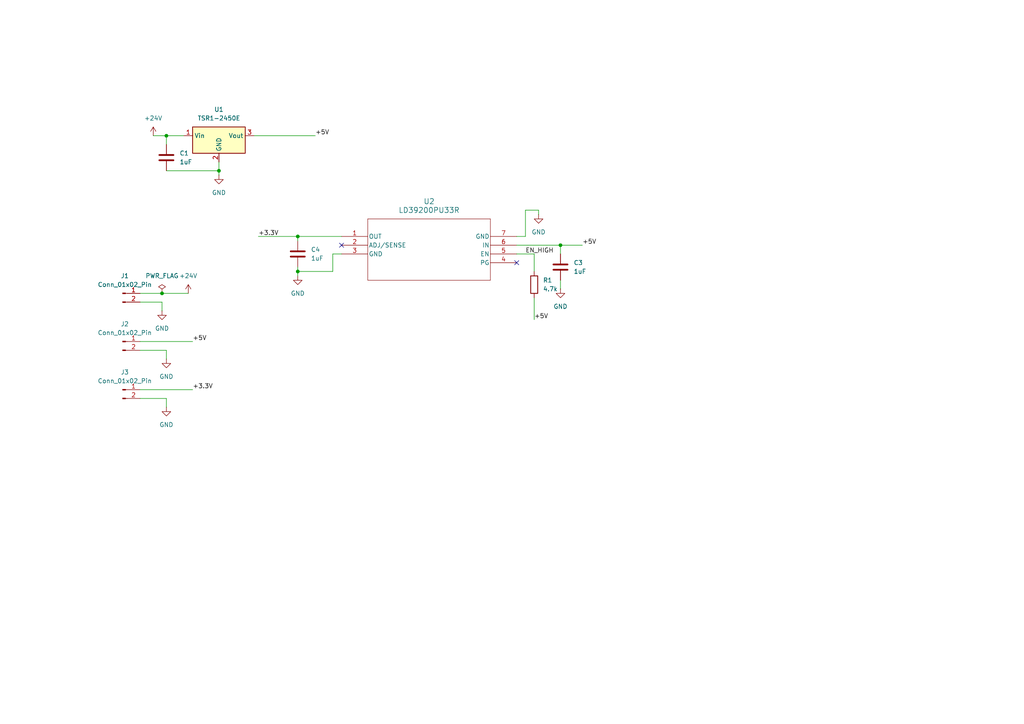
<source format=kicad_sch>
(kicad_sch
	(version 20250114)
	(generator "eeschema")
	(generator_version "9.0")
	(uuid "502184f1-5d63-44e8-8e9f-0cf0f9a3301a")
	(paper "A4")
	(lib_symbols
		(symbol "2025-12-14_07-54-50:LD39200PU33R"
			(pin_names
				(offset 0.254)
			)
			(exclude_from_sim no)
			(in_bom yes)
			(on_board yes)
			(property "Reference" "U"
				(at 25.4 10.16 0)
				(effects
					(font
						(size 1.524 1.524)
					)
				)
			)
			(property "Value" "LD39200PU33R"
				(at 25.4 7.62 0)
				(effects
					(font
						(size 1.524 1.524)
					)
				)
			)
			(property "Footprint" "SON_DFN6_3X3_STM"
				(at 0 0 0)
				(effects
					(font
						(size 1.27 1.27)
						(italic yes)
					)
					(hide yes)
				)
			)
			(property "Datasheet" "https://www.st.com/resource/en/datasheet/ld39200.pdf"
				(at 0 0 0)
				(effects
					(font
						(size 1.27 1.27)
						(italic yes)
					)
					(hide yes)
				)
			)
			(property "Description" ""
				(at 0 0 0)
				(effects
					(font
						(size 1.27 1.27)
					)
					(hide yes)
				)
			)
			(property "ki_locked" ""
				(at 0 0 0)
				(effects
					(font
						(size 1.27 1.27)
					)
				)
			)
			(property "ki_keywords" "LD39200PU33R"
				(at 0 0 0)
				(effects
					(font
						(size 1.27 1.27)
					)
					(hide yes)
				)
			)
			(property "ki_fp_filters" "SON_DFN6_3X3_STM SON_DFN6_3X3_STM-M SON_DFN6_3X3_STM-L"
				(at 0 0 0)
				(effects
					(font
						(size 1.27 1.27)
					)
					(hide yes)
				)
			)
			(symbol "LD39200PU33R_0_1"
				(polyline
					(pts
						(xy 7.62 5.08) (xy 7.62 -12.7)
					)
					(stroke
						(width 0.127)
						(type default)
					)
					(fill
						(type none)
					)
				)
				(polyline
					(pts
						(xy 7.62 -12.7) (xy 43.18 -12.7)
					)
					(stroke
						(width 0.127)
						(type default)
					)
					(fill
						(type none)
					)
				)
				(polyline
					(pts
						(xy 43.18 5.08) (xy 7.62 5.08)
					)
					(stroke
						(width 0.127)
						(type default)
					)
					(fill
						(type none)
					)
				)
				(polyline
					(pts
						(xy 43.18 -12.7) (xy 43.18 5.08)
					)
					(stroke
						(width 0.127)
						(type default)
					)
					(fill
						(type none)
					)
				)
				(pin output line
					(at 0 0 0)
					(length 7.62)
					(name "OUT"
						(effects
							(font
								(size 1.27 1.27)
							)
						)
					)
					(number "1"
						(effects
							(font
								(size 1.27 1.27)
							)
						)
					)
				)
				(pin unspecified line
					(at 0 -2.54 0)
					(length 7.62)
					(name "ADJ/SENSE"
						(effects
							(font
								(size 1.27 1.27)
							)
						)
					)
					(number "2"
						(effects
							(font
								(size 1.27 1.27)
							)
						)
					)
				)
				(pin power_out line
					(at 0 -5.08 0)
					(length 7.62)
					(name "GND"
						(effects
							(font
								(size 1.27 1.27)
							)
						)
					)
					(number "3"
						(effects
							(font
								(size 1.27 1.27)
							)
						)
					)
				)
				(pin power_out line
					(at 50.8 0 180)
					(length 7.62)
					(name "GND"
						(effects
							(font
								(size 1.27 1.27)
							)
						)
					)
					(number "7"
						(effects
							(font
								(size 1.27 1.27)
							)
						)
					)
				)
				(pin power_in line
					(at 50.8 -2.54 180)
					(length 7.62)
					(name "IN"
						(effects
							(font
								(size 1.27 1.27)
							)
						)
					)
					(number "6"
						(effects
							(font
								(size 1.27 1.27)
							)
						)
					)
				)
				(pin unspecified line
					(at 50.8 -5.08 180)
					(length 7.62)
					(name "EN"
						(effects
							(font
								(size 1.27 1.27)
							)
						)
					)
					(number "5"
						(effects
							(font
								(size 1.27 1.27)
							)
						)
					)
				)
				(pin unspecified line
					(at 50.8 -7.62 180)
					(length 7.62)
					(name "PG"
						(effects
							(font
								(size 1.27 1.27)
							)
						)
					)
					(number "4"
						(effects
							(font
								(size 1.27 1.27)
							)
						)
					)
				)
			)
			(embedded_fonts no)
		)
		(symbol "Connector:Conn_01x02_Pin"
			(pin_names
				(offset 1.016)
				(hide yes)
			)
			(exclude_from_sim no)
			(in_bom yes)
			(on_board yes)
			(property "Reference" "J"
				(at 0 2.54 0)
				(effects
					(font
						(size 1.27 1.27)
					)
				)
			)
			(property "Value" "Conn_01x02_Pin"
				(at 0 -5.08 0)
				(effects
					(font
						(size 1.27 1.27)
					)
				)
			)
			(property "Footprint" ""
				(at 0 0 0)
				(effects
					(font
						(size 1.27 1.27)
					)
					(hide yes)
				)
			)
			(property "Datasheet" "~"
				(at 0 0 0)
				(effects
					(font
						(size 1.27 1.27)
					)
					(hide yes)
				)
			)
			(property "Description" "Generic connector, single row, 01x02, script generated"
				(at 0 0 0)
				(effects
					(font
						(size 1.27 1.27)
					)
					(hide yes)
				)
			)
			(property "ki_locked" ""
				(at 0 0 0)
				(effects
					(font
						(size 1.27 1.27)
					)
				)
			)
			(property "ki_keywords" "connector"
				(at 0 0 0)
				(effects
					(font
						(size 1.27 1.27)
					)
					(hide yes)
				)
			)
			(property "ki_fp_filters" "Connector*:*_1x??_*"
				(at 0 0 0)
				(effects
					(font
						(size 1.27 1.27)
					)
					(hide yes)
				)
			)
			(symbol "Conn_01x02_Pin_1_1"
				(rectangle
					(start 0.8636 0.127)
					(end 0 -0.127)
					(stroke
						(width 0.1524)
						(type default)
					)
					(fill
						(type outline)
					)
				)
				(rectangle
					(start 0.8636 -2.413)
					(end 0 -2.667)
					(stroke
						(width 0.1524)
						(type default)
					)
					(fill
						(type outline)
					)
				)
				(polyline
					(pts
						(xy 1.27 0) (xy 0.8636 0)
					)
					(stroke
						(width 0.1524)
						(type default)
					)
					(fill
						(type none)
					)
				)
				(polyline
					(pts
						(xy 1.27 -2.54) (xy 0.8636 -2.54)
					)
					(stroke
						(width 0.1524)
						(type default)
					)
					(fill
						(type none)
					)
				)
				(pin passive line
					(at 5.08 0 180)
					(length 3.81)
					(name "Pin_1"
						(effects
							(font
								(size 1.27 1.27)
							)
						)
					)
					(number "1"
						(effects
							(font
								(size 1.27 1.27)
							)
						)
					)
				)
				(pin passive line
					(at 5.08 -2.54 180)
					(length 3.81)
					(name "Pin_2"
						(effects
							(font
								(size 1.27 1.27)
							)
						)
					)
					(number "2"
						(effects
							(font
								(size 1.27 1.27)
							)
						)
					)
				)
			)
			(embedded_fonts no)
		)
		(symbol "Device:C"
			(pin_numbers
				(hide yes)
			)
			(pin_names
				(offset 0.254)
			)
			(exclude_from_sim no)
			(in_bom yes)
			(on_board yes)
			(property "Reference" "C"
				(at 0.635 2.54 0)
				(effects
					(font
						(size 1.27 1.27)
					)
					(justify left)
				)
			)
			(property "Value" "C"
				(at 0.635 -2.54 0)
				(effects
					(font
						(size 1.27 1.27)
					)
					(justify left)
				)
			)
			(property "Footprint" ""
				(at 0.9652 -3.81 0)
				(effects
					(font
						(size 1.27 1.27)
					)
					(hide yes)
				)
			)
			(property "Datasheet" "~"
				(at 0 0 0)
				(effects
					(font
						(size 1.27 1.27)
					)
					(hide yes)
				)
			)
			(property "Description" "Unpolarized capacitor"
				(at 0 0 0)
				(effects
					(font
						(size 1.27 1.27)
					)
					(hide yes)
				)
			)
			(property "ki_keywords" "cap capacitor"
				(at 0 0 0)
				(effects
					(font
						(size 1.27 1.27)
					)
					(hide yes)
				)
			)
			(property "ki_fp_filters" "C_*"
				(at 0 0 0)
				(effects
					(font
						(size 1.27 1.27)
					)
					(hide yes)
				)
			)
			(symbol "C_0_1"
				(polyline
					(pts
						(xy -2.032 0.762) (xy 2.032 0.762)
					)
					(stroke
						(width 0.508)
						(type default)
					)
					(fill
						(type none)
					)
				)
				(polyline
					(pts
						(xy -2.032 -0.762) (xy 2.032 -0.762)
					)
					(stroke
						(width 0.508)
						(type default)
					)
					(fill
						(type none)
					)
				)
			)
			(symbol "C_1_1"
				(pin passive line
					(at 0 3.81 270)
					(length 2.794)
					(name "~"
						(effects
							(font
								(size 1.27 1.27)
							)
						)
					)
					(number "1"
						(effects
							(font
								(size 1.27 1.27)
							)
						)
					)
				)
				(pin passive line
					(at 0 -3.81 90)
					(length 2.794)
					(name "~"
						(effects
							(font
								(size 1.27 1.27)
							)
						)
					)
					(number "2"
						(effects
							(font
								(size 1.27 1.27)
							)
						)
					)
				)
			)
			(embedded_fonts no)
		)
		(symbol "Device:R"
			(pin_numbers
				(hide yes)
			)
			(pin_names
				(offset 0)
			)
			(exclude_from_sim no)
			(in_bom yes)
			(on_board yes)
			(property "Reference" "R"
				(at 2.032 0 90)
				(effects
					(font
						(size 1.27 1.27)
					)
				)
			)
			(property "Value" "R"
				(at 0 0 90)
				(effects
					(font
						(size 1.27 1.27)
					)
				)
			)
			(property "Footprint" ""
				(at -1.778 0 90)
				(effects
					(font
						(size 1.27 1.27)
					)
					(hide yes)
				)
			)
			(property "Datasheet" "~"
				(at 0 0 0)
				(effects
					(font
						(size 1.27 1.27)
					)
					(hide yes)
				)
			)
			(property "Description" "Resistor"
				(at 0 0 0)
				(effects
					(font
						(size 1.27 1.27)
					)
					(hide yes)
				)
			)
			(property "ki_keywords" "R res resistor"
				(at 0 0 0)
				(effects
					(font
						(size 1.27 1.27)
					)
					(hide yes)
				)
			)
			(property "ki_fp_filters" "R_*"
				(at 0 0 0)
				(effects
					(font
						(size 1.27 1.27)
					)
					(hide yes)
				)
			)
			(symbol "R_0_1"
				(rectangle
					(start -1.016 -2.54)
					(end 1.016 2.54)
					(stroke
						(width 0.254)
						(type default)
					)
					(fill
						(type none)
					)
				)
			)
			(symbol "R_1_1"
				(pin passive line
					(at 0 3.81 270)
					(length 1.27)
					(name "~"
						(effects
							(font
								(size 1.27 1.27)
							)
						)
					)
					(number "1"
						(effects
							(font
								(size 1.27 1.27)
							)
						)
					)
				)
				(pin passive line
					(at 0 -3.81 90)
					(length 1.27)
					(name "~"
						(effects
							(font
								(size 1.27 1.27)
							)
						)
					)
					(number "2"
						(effects
							(font
								(size 1.27 1.27)
							)
						)
					)
				)
			)
			(embedded_fonts no)
		)
		(symbol "Regulator_Switching:TSR1-2450E"
			(exclude_from_sim no)
			(in_bom yes)
			(on_board yes)
			(property "Reference" "U"
				(at -7.62 6.35 0)
				(effects
					(font
						(size 1.27 1.27)
					)
					(justify left)
				)
			)
			(property "Value" "TSR1-2450E"
				(at -3.81 6.35 0)
				(effects
					(font
						(size 1.27 1.27)
					)
					(justify left)
				)
			)
			(property "Footprint" "Converter_DCDC:Converter_DCDC_TRACO_TSR1-xxxxE_THT"
				(at 0 -6.35 0)
				(effects
					(font
						(size 1.27 1.27)
						(italic yes)
					)
					(hide yes)
				)
			)
			(property "Datasheet" "https://www.tracopower.com/products/tsr1e.pdf"
				(at 0 -3.81 0)
				(effects
					(font
						(size 1.27 1.27)
					)
					(hide yes)
				)
			)
			(property "Description" "1A step-down regulator, fixed 5V output voltage, 7-36V input voltage, TO-220 compatible LM78xx replacement"
				(at 0 0 0)
				(effects
					(font
						(size 1.27 1.27)
					)
					(hide yes)
				)
			)
			(property "ki_keywords" "Traco non-isolated not-isolated pol dc-dc converter regulator single 1A"
				(at 0 0 0)
				(effects
					(font
						(size 1.27 1.27)
					)
					(hide yes)
				)
			)
			(property "ki_fp_filters" "Converter*DCDC*TRACO*TSR1*xxxxE*THT*"
				(at 0 0 0)
				(effects
					(font
						(size 1.27 1.27)
					)
					(hide yes)
				)
			)
			(symbol "TSR1-2450E_0_1"
				(rectangle
					(start -7.62 5.08)
					(end 7.62 -2.54)
					(stroke
						(width 0.254)
						(type default)
					)
					(fill
						(type background)
					)
				)
			)
			(symbol "TSR1-2450E_1_1"
				(pin power_in line
					(at -10.16 2.54 0)
					(length 2.54)
					(name "Vin"
						(effects
							(font
								(size 1.27 1.27)
							)
						)
					)
					(number "1"
						(effects
							(font
								(size 1.27 1.27)
							)
						)
					)
				)
				(pin power_in line
					(at 0 -5.08 90)
					(length 2.54)
					(name "GND"
						(effects
							(font
								(size 1.27 1.27)
							)
						)
					)
					(number "2"
						(effects
							(font
								(size 1.27 1.27)
							)
						)
					)
				)
				(pin power_out line
					(at 10.16 2.54 180)
					(length 2.54)
					(name "Vout"
						(effects
							(font
								(size 1.27 1.27)
							)
						)
					)
					(number "3"
						(effects
							(font
								(size 1.27 1.27)
							)
						)
					)
				)
			)
			(embedded_fonts no)
		)
		(symbol "power:+24V"
			(power)
			(pin_numbers
				(hide yes)
			)
			(pin_names
				(offset 0)
				(hide yes)
			)
			(exclude_from_sim no)
			(in_bom yes)
			(on_board yes)
			(property "Reference" "#PWR"
				(at 0 -3.81 0)
				(effects
					(font
						(size 1.27 1.27)
					)
					(hide yes)
				)
			)
			(property "Value" "+24V"
				(at 0 3.556 0)
				(effects
					(font
						(size 1.27 1.27)
					)
				)
			)
			(property "Footprint" ""
				(at 0 0 0)
				(effects
					(font
						(size 1.27 1.27)
					)
					(hide yes)
				)
			)
			(property "Datasheet" ""
				(at 0 0 0)
				(effects
					(font
						(size 1.27 1.27)
					)
					(hide yes)
				)
			)
			(property "Description" "Power symbol creates a global label with name \"+24V\""
				(at 0 0 0)
				(effects
					(font
						(size 1.27 1.27)
					)
					(hide yes)
				)
			)
			(property "ki_keywords" "global power"
				(at 0 0 0)
				(effects
					(font
						(size 1.27 1.27)
					)
					(hide yes)
				)
			)
			(symbol "+24V_0_1"
				(polyline
					(pts
						(xy -0.762 1.27) (xy 0 2.54)
					)
					(stroke
						(width 0)
						(type default)
					)
					(fill
						(type none)
					)
				)
				(polyline
					(pts
						(xy 0 2.54) (xy 0.762 1.27)
					)
					(stroke
						(width 0)
						(type default)
					)
					(fill
						(type none)
					)
				)
				(polyline
					(pts
						(xy 0 0) (xy 0 2.54)
					)
					(stroke
						(width 0)
						(type default)
					)
					(fill
						(type none)
					)
				)
			)
			(symbol "+24V_1_1"
				(pin power_in line
					(at 0 0 90)
					(length 0)
					(name "~"
						(effects
							(font
								(size 1.27 1.27)
							)
						)
					)
					(number "1"
						(effects
							(font
								(size 1.27 1.27)
							)
						)
					)
				)
			)
			(embedded_fonts no)
		)
		(symbol "power:GND"
			(power)
			(pin_numbers
				(hide yes)
			)
			(pin_names
				(offset 0)
				(hide yes)
			)
			(exclude_from_sim no)
			(in_bom yes)
			(on_board yes)
			(property "Reference" "#PWR"
				(at 0 -6.35 0)
				(effects
					(font
						(size 1.27 1.27)
					)
					(hide yes)
				)
			)
			(property "Value" "GND"
				(at 0 -3.81 0)
				(effects
					(font
						(size 1.27 1.27)
					)
				)
			)
			(property "Footprint" ""
				(at 0 0 0)
				(effects
					(font
						(size 1.27 1.27)
					)
					(hide yes)
				)
			)
			(property "Datasheet" ""
				(at 0 0 0)
				(effects
					(font
						(size 1.27 1.27)
					)
					(hide yes)
				)
			)
			(property "Description" "Power symbol creates a global label with name \"GND\" , ground"
				(at 0 0 0)
				(effects
					(font
						(size 1.27 1.27)
					)
					(hide yes)
				)
			)
			(property "ki_keywords" "global power"
				(at 0 0 0)
				(effects
					(font
						(size 1.27 1.27)
					)
					(hide yes)
				)
			)
			(symbol "GND_0_1"
				(polyline
					(pts
						(xy 0 0) (xy 0 -1.27) (xy 1.27 -1.27) (xy 0 -2.54) (xy -1.27 -1.27) (xy 0 -1.27)
					)
					(stroke
						(width 0)
						(type default)
					)
					(fill
						(type none)
					)
				)
			)
			(symbol "GND_1_1"
				(pin power_in line
					(at 0 0 270)
					(length 0)
					(name "~"
						(effects
							(font
								(size 1.27 1.27)
							)
						)
					)
					(number "1"
						(effects
							(font
								(size 1.27 1.27)
							)
						)
					)
				)
			)
			(embedded_fonts no)
		)
		(symbol "power:PWR_FLAG"
			(power)
			(pin_numbers
				(hide yes)
			)
			(pin_names
				(offset 0)
				(hide yes)
			)
			(exclude_from_sim no)
			(in_bom yes)
			(on_board yes)
			(property "Reference" "#FLG"
				(at 0 1.905 0)
				(effects
					(font
						(size 1.27 1.27)
					)
					(hide yes)
				)
			)
			(property "Value" "PWR_FLAG"
				(at 0 3.81 0)
				(effects
					(font
						(size 1.27 1.27)
					)
				)
			)
			(property "Footprint" ""
				(at 0 0 0)
				(effects
					(font
						(size 1.27 1.27)
					)
					(hide yes)
				)
			)
			(property "Datasheet" "~"
				(at 0 0 0)
				(effects
					(font
						(size 1.27 1.27)
					)
					(hide yes)
				)
			)
			(property "Description" "Special symbol for telling ERC where power comes from"
				(at 0 0 0)
				(effects
					(font
						(size 1.27 1.27)
					)
					(hide yes)
				)
			)
			(property "ki_keywords" "flag power"
				(at 0 0 0)
				(effects
					(font
						(size 1.27 1.27)
					)
					(hide yes)
				)
			)
			(symbol "PWR_FLAG_0_0"
				(pin power_out line
					(at 0 0 90)
					(length 0)
					(name "~"
						(effects
							(font
								(size 1.27 1.27)
							)
						)
					)
					(number "1"
						(effects
							(font
								(size 1.27 1.27)
							)
						)
					)
				)
			)
			(symbol "PWR_FLAG_0_1"
				(polyline
					(pts
						(xy 0 0) (xy 0 1.27) (xy -1.016 1.905) (xy 0 2.54) (xy 1.016 1.905) (xy 0 1.27)
					)
					(stroke
						(width 0)
						(type default)
					)
					(fill
						(type none)
					)
				)
			)
			(embedded_fonts no)
		)
	)
	(junction
		(at 48.26 39.37)
		(diameter 0)
		(color 0 0 0 0)
		(uuid "12cec1d5-2ff6-4fb3-baef-7533d3f21b27")
	)
	(junction
		(at 86.36 68.58)
		(diameter 0)
		(color 0 0 0 0)
		(uuid "19ca0ea1-436d-4c23-802a-2a2f2773205d")
	)
	(junction
		(at 63.5 49.53)
		(diameter 0)
		(color 0 0 0 0)
		(uuid "8e99247b-476f-4541-bc29-75f19c3d5b9a")
	)
	(junction
		(at 46.99 85.09)
		(diameter 0)
		(color 0 0 0 0)
		(uuid "97015641-9273-4739-9d11-0a40a95cff71")
	)
	(junction
		(at 162.56 71.12)
		(diameter 0)
		(color 0 0 0 0)
		(uuid "ed890c3a-5bba-45e2-8dee-79bcbb05c117")
	)
	(junction
		(at 86.36 78.74)
		(diameter 0)
		(color 0 0 0 0)
		(uuid "f637bf43-4fa9-4521-bb5e-8a33046da414")
	)
	(no_connect
		(at 99.06 71.12)
		(uuid "46e9ef6f-5b5a-4783-b0d3-d1669d0a0dd8")
	)
	(no_connect
		(at 149.86 76.2)
		(uuid "6bbfb357-8f79-454c-96e1-57e32a723fe5")
	)
	(wire
		(pts
			(xy 63.5 49.53) (xy 63.5 50.8)
		)
		(stroke
			(width 0)
			(type default)
		)
		(uuid "038aa8d4-e48e-4e48-833d-61a829c4fae1")
	)
	(wire
		(pts
			(xy 149.86 73.66) (xy 154.94 73.66)
		)
		(stroke
			(width 0)
			(type default)
		)
		(uuid "044f0fb0-004c-4518-baf0-3ead5e792c4b")
	)
	(wire
		(pts
			(xy 40.64 99.06) (xy 55.88 99.06)
		)
		(stroke
			(width 0)
			(type default)
		)
		(uuid "062e0406-bd79-4809-a361-297b91e4a5dd")
	)
	(wire
		(pts
			(xy 156.21 60.96) (xy 156.21 62.23)
		)
		(stroke
			(width 0)
			(type default)
		)
		(uuid "11d712f5-ac6e-4213-985d-11b22d4a27d1")
	)
	(wire
		(pts
			(xy 86.36 68.58) (xy 99.06 68.58)
		)
		(stroke
			(width 0)
			(type default)
		)
		(uuid "1749bcc3-81f6-4a62-bdd0-385718b9b84b")
	)
	(wire
		(pts
			(xy 162.56 71.12) (xy 162.56 73.66)
		)
		(stroke
			(width 0)
			(type default)
		)
		(uuid "1ec509a8-898b-4ffe-a231-bfd05f50723d")
	)
	(wire
		(pts
			(xy 86.36 68.58) (xy 86.36 69.85)
		)
		(stroke
			(width 0)
			(type default)
		)
		(uuid "20d10a83-bb29-4120-b373-e44d7567710c")
	)
	(wire
		(pts
			(xy 48.26 39.37) (xy 48.26 41.91)
		)
		(stroke
			(width 0)
			(type default)
		)
		(uuid "21016a09-3437-460b-86d3-34bff252962f")
	)
	(wire
		(pts
			(xy 73.66 39.37) (xy 91.44 39.37)
		)
		(stroke
			(width 0)
			(type default)
		)
		(uuid "32524684-bbbe-4936-b27d-1d7cb5ddbb1c")
	)
	(wire
		(pts
			(xy 96.52 73.66) (xy 96.52 78.74)
		)
		(stroke
			(width 0)
			(type default)
		)
		(uuid "418f56ce-e5ad-4de1-a86d-0c1e0fe258ed")
	)
	(wire
		(pts
			(xy 44.45 39.37) (xy 48.26 39.37)
		)
		(stroke
			(width 0)
			(type default)
		)
		(uuid "4419399e-18c7-432e-92e6-13726bb6076b")
	)
	(wire
		(pts
			(xy 162.56 71.12) (xy 168.91 71.12)
		)
		(stroke
			(width 0)
			(type default)
		)
		(uuid "44316dbc-fdca-4412-9e22-bb4a315a9b3e")
	)
	(wire
		(pts
			(xy 63.5 46.99) (xy 63.5 49.53)
		)
		(stroke
			(width 0)
			(type default)
		)
		(uuid "4c4ce548-c4cb-485e-b5eb-3d12b859e618")
	)
	(wire
		(pts
			(xy 154.94 73.66) (xy 154.94 78.74)
		)
		(stroke
			(width 0)
			(type default)
		)
		(uuid "4ca6e7d5-e663-4286-a7f0-73e554d38d44")
	)
	(wire
		(pts
			(xy 154.94 86.36) (xy 154.94 92.71)
		)
		(stroke
			(width 0)
			(type default)
		)
		(uuid "6bb103a3-9a27-4da5-98d0-49306ea0a110")
	)
	(wire
		(pts
			(xy 149.86 71.12) (xy 162.56 71.12)
		)
		(stroke
			(width 0)
			(type default)
		)
		(uuid "713affa5-ad05-4dca-88d3-b7e60c07bc08")
	)
	(wire
		(pts
			(xy 149.86 68.58) (xy 152.4 68.58)
		)
		(stroke
			(width 0)
			(type default)
		)
		(uuid "7669c00c-4688-4970-8773-066024d90bc4")
	)
	(wire
		(pts
			(xy 40.64 115.57) (xy 48.26 115.57)
		)
		(stroke
			(width 0)
			(type default)
		)
		(uuid "8343f851-df8d-43d2-a528-995828983231")
	)
	(wire
		(pts
			(xy 86.36 78.74) (xy 86.36 80.01)
		)
		(stroke
			(width 0)
			(type default)
		)
		(uuid "84c0a60a-b054-48d4-9243-f824b8ea136a")
	)
	(wire
		(pts
			(xy 40.64 87.63) (xy 46.99 87.63)
		)
		(stroke
			(width 0)
			(type default)
		)
		(uuid "8d50010c-3326-43c8-9ef9-25624472d00b")
	)
	(wire
		(pts
			(xy 99.06 73.66) (xy 96.52 73.66)
		)
		(stroke
			(width 0)
			(type default)
		)
		(uuid "9b451d92-7735-4423-81a6-43b18f0038f0")
	)
	(wire
		(pts
			(xy 48.26 49.53) (xy 63.5 49.53)
		)
		(stroke
			(width 0)
			(type default)
		)
		(uuid "a0a0e899-33d7-4e7a-b6a1-fc8addb48961")
	)
	(wire
		(pts
			(xy 152.4 60.96) (xy 156.21 60.96)
		)
		(stroke
			(width 0)
			(type default)
		)
		(uuid "af845ee6-ca8b-4627-b013-3c68d24b8b27")
	)
	(wire
		(pts
			(xy 40.64 85.09) (xy 46.99 85.09)
		)
		(stroke
			(width 0)
			(type default)
		)
		(uuid "bd661c4c-8292-4f56-a5ac-56f369bc6810")
	)
	(wire
		(pts
			(xy 96.52 78.74) (xy 86.36 78.74)
		)
		(stroke
			(width 0)
			(type default)
		)
		(uuid "c40017cc-ab01-436b-8b11-7308ff9d4b6a")
	)
	(wire
		(pts
			(xy 152.4 68.58) (xy 152.4 60.96)
		)
		(stroke
			(width 0)
			(type default)
		)
		(uuid "d16a7c08-84e6-4165-bf8e-be9da78651fc")
	)
	(wire
		(pts
			(xy 46.99 87.63) (xy 46.99 90.17)
		)
		(stroke
			(width 0)
			(type default)
		)
		(uuid "d24bf315-be7f-4fe2-925e-b8d6dde9fce1")
	)
	(wire
		(pts
			(xy 162.56 81.28) (xy 162.56 83.82)
		)
		(stroke
			(width 0)
			(type default)
		)
		(uuid "d94813b3-ba27-4133-bacb-f6d80b3f9975")
	)
	(wire
		(pts
			(xy 48.26 101.6) (xy 48.26 104.14)
		)
		(stroke
			(width 0)
			(type default)
		)
		(uuid "d9c32a67-1e1d-4007-bcc3-70d8c228d78b")
	)
	(wire
		(pts
			(xy 40.64 101.6) (xy 48.26 101.6)
		)
		(stroke
			(width 0)
			(type default)
		)
		(uuid "deea1a8a-cae0-4468-95a2-094bd6f6ae82")
	)
	(wire
		(pts
			(xy 86.36 77.47) (xy 86.36 78.74)
		)
		(stroke
			(width 0)
			(type default)
		)
		(uuid "df27d428-e136-4a62-9231-f807528d47e2")
	)
	(wire
		(pts
			(xy 74.93 68.58) (xy 86.36 68.58)
		)
		(stroke
			(width 0)
			(type default)
		)
		(uuid "dfdb003b-6afb-4f19-b736-dcc7a46a534c")
	)
	(wire
		(pts
			(xy 46.99 85.09) (xy 54.61 85.09)
		)
		(stroke
			(width 0)
			(type default)
		)
		(uuid "e2f378a8-c5ea-4991-be87-bd9f93689d63")
	)
	(wire
		(pts
			(xy 40.64 113.03) (xy 55.88 113.03)
		)
		(stroke
			(width 0)
			(type default)
		)
		(uuid "ec98795e-ba21-488d-b4be-e7c4c84d4bea")
	)
	(wire
		(pts
			(xy 48.26 115.57) (xy 48.26 118.11)
		)
		(stroke
			(width 0)
			(type default)
		)
		(uuid "f30b96d8-1a01-405c-822d-74f39d2ed9d9")
	)
	(wire
		(pts
			(xy 48.26 39.37) (xy 53.34 39.37)
		)
		(stroke
			(width 0)
			(type default)
		)
		(uuid "fa27f091-5e31-4dbf-af3f-671cbe1290b3")
	)
	(label "+5V"
		(at 168.91 71.12 0)
		(effects
			(font
				(size 1.27 1.27)
			)
			(justify left bottom)
		)
		(uuid "06dbd1eb-7f5e-426f-b7b1-44286b92f0b4")
	)
	(label "+5V"
		(at 55.88 99.06 0)
		(effects
			(font
				(size 1.27 1.27)
			)
			(justify left bottom)
		)
		(uuid "13646592-4b6e-487f-a165-cf9b56d614b0")
	)
	(label "+5V"
		(at 91.44 39.37 0)
		(effects
			(font
				(size 1.27 1.27)
			)
			(justify left bottom)
		)
		(uuid "57e3e6d5-45d3-4272-ab82-ac5ab4aecd51")
	)
	(label "EN_HIGH"
		(at 152.4 73.66 0)
		(effects
			(font
				(size 1.27 1.27)
			)
			(justify left bottom)
		)
		(uuid "6c4d983d-625c-4509-96af-719a3717a3dc")
	)
	(label "+3.3V"
		(at 55.88 113.03 0)
		(effects
			(font
				(size 1.27 1.27)
			)
			(justify left bottom)
		)
		(uuid "938de3b5-e345-4fee-81ca-a2741d3c31b9")
	)
	(label "+3.3V"
		(at 74.93 68.58 0)
		(effects
			(font
				(size 1.27 1.27)
			)
			(justify left bottom)
		)
		(uuid "98b34278-f866-41e0-b66c-e4c30cf0d308")
	)
	(label "+5V"
		(at 154.94 92.71 0)
		(effects
			(font
				(size 1.27 1.27)
			)
			(justify left bottom)
		)
		(uuid "e82ebbe8-c322-42fc-a4ed-52189c39988e")
	)
	(symbol
		(lib_id "2025-12-14_07-54-50:LD39200PU33R")
		(at 99.06 68.58 0)
		(unit 1)
		(exclude_from_sim no)
		(in_bom yes)
		(on_board yes)
		(dnp no)
		(fields_autoplaced yes)
		(uuid "13a23774-5f6e-4120-8e14-3226979041c0")
		(property "Reference" "U2"
			(at 124.46 58.42 0)
			(effects
				(font
					(size 1.524 1.524)
				)
			)
		)
		(property "Value" "LD39200PU33R"
			(at 124.46 60.96 0)
			(effects
				(font
					(size 1.524 1.524)
				)
			)
		)
		(property "Footprint" "LD39100PU33RY:SON_DFN6_3X3_STM"
			(at 99.06 68.58 0)
			(effects
				(font
					(size 1.27 1.27)
					(italic yes)
				)
				(hide yes)
			)
		)
		(property "Datasheet" "https://www.st.com/resource/en/datasheet/ld39200.pdf"
			(at 99.06 68.58 0)
			(effects
				(font
					(size 1.27 1.27)
					(italic yes)
				)
				(hide yes)
			)
		)
		(property "Description" ""
			(at 99.06 68.58 0)
			(effects
				(font
					(size 1.27 1.27)
				)
				(hide yes)
			)
		)
		(pin "6"
			(uuid "2dabfb3e-3cd1-4e87-93e5-fcaf5858c68d")
		)
		(pin "5"
			(uuid "12ae2bbb-9527-4957-95d7-81988b21b180")
		)
		(pin "4"
			(uuid "b3e3f337-eab3-4416-99eb-2bb4a42ca764")
		)
		(pin "1"
			(uuid "1b5039ae-b8ca-4fa0-9586-7e928d6f4260")
		)
		(pin "7"
			(uuid "d8615025-7a9f-425a-954f-c7d53cb2f790")
		)
		(pin "3"
			(uuid "8d897640-65df-4cda-9c66-a9269960b69c")
		)
		(pin "2"
			(uuid "395e73bd-a202-46c3-94e0-92ae5b2fccd8")
		)
		(instances
			(project ""
				(path "/502184f1-5d63-44e8-8e9f-0cf0f9a3301a"
					(reference "U2")
					(unit 1)
				)
			)
		)
	)
	(symbol
		(lib_id "Device:C")
		(at 162.56 77.47 0)
		(unit 1)
		(exclude_from_sim no)
		(in_bom yes)
		(on_board yes)
		(dnp no)
		(fields_autoplaced yes)
		(uuid "15245d35-ebd0-4d75-a810-bc9784a015bc")
		(property "Reference" "C3"
			(at 166.37 76.1999 0)
			(effects
				(font
					(size 1.27 1.27)
				)
				(justify left)
			)
		)
		(property "Value" "1uF"
			(at 166.37 78.7399 0)
			(effects
				(font
					(size 1.27 1.27)
				)
				(justify left)
			)
		)
		(property "Footprint" "Capacitor_SMD:C_0603_1608Metric"
			(at 163.5252 81.28 0)
			(effects
				(font
					(size 1.27 1.27)
				)
				(hide yes)
			)
		)
		(property "Datasheet" "~"
			(at 162.56 77.47 0)
			(effects
				(font
					(size 1.27 1.27)
				)
				(hide yes)
			)
		)
		(property "Description" "Unpolarized capacitor"
			(at 162.56 77.47 0)
			(effects
				(font
					(size 1.27 1.27)
				)
				(hide yes)
			)
		)
		(pin "2"
			(uuid "c0c54cc3-b56e-432d-aefb-8a0ad4162576")
		)
		(pin "1"
			(uuid "e01c61ff-d7d2-40e6-86cd-f121bcdf7e48")
		)
		(instances
			(project ""
				(path "/502184f1-5d63-44e8-8e9f-0cf0f9a3301a"
					(reference "C3")
					(unit 1)
				)
			)
		)
	)
	(symbol
		(lib_id "Device:C")
		(at 48.26 45.72 0)
		(unit 1)
		(exclude_from_sim no)
		(in_bom yes)
		(on_board yes)
		(dnp no)
		(fields_autoplaced yes)
		(uuid "1be3534b-a220-45a5-b5b5-f65dac2748b6")
		(property "Reference" "C1"
			(at 52.07 44.4499 0)
			(effects
				(font
					(size 1.27 1.27)
				)
				(justify left)
			)
		)
		(property "Value" "1uF"
			(at 52.07 46.9899 0)
			(effects
				(font
					(size 1.27 1.27)
				)
				(justify left)
			)
		)
		(property "Footprint" "Capacitor_SMD:C_0603_1608Metric"
			(at 49.2252 49.53 0)
			(effects
				(font
					(size 1.27 1.27)
				)
				(hide yes)
			)
		)
		(property "Datasheet" "~"
			(at 48.26 45.72 0)
			(effects
				(font
					(size 1.27 1.27)
				)
				(hide yes)
			)
		)
		(property "Description" "Unpolarized capacitor"
			(at 48.26 45.72 0)
			(effects
				(font
					(size 1.27 1.27)
				)
				(hide yes)
			)
		)
		(pin "1"
			(uuid "f7cae5cb-b429-499d-b95e-5bc9e2c97219")
		)
		(pin "2"
			(uuid "d78026f8-9ab1-4e06-a5e5-fc748302acf9")
		)
		(instances
			(project ""
				(path "/502184f1-5d63-44e8-8e9f-0cf0f9a3301a"
					(reference "C1")
					(unit 1)
				)
			)
		)
	)
	(symbol
		(lib_id "power:GND")
		(at 48.26 104.14 0)
		(unit 1)
		(exclude_from_sim no)
		(in_bom yes)
		(on_board yes)
		(dnp no)
		(fields_autoplaced yes)
		(uuid "1dc56346-c377-479a-9821-0cea8d9d6312")
		(property "Reference" "#PWR07"
			(at 48.26 110.49 0)
			(effects
				(font
					(size 1.27 1.27)
				)
				(hide yes)
			)
		)
		(property "Value" "GND"
			(at 48.26 109.22 0)
			(effects
				(font
					(size 1.27 1.27)
				)
			)
		)
		(property "Footprint" ""
			(at 48.26 104.14 0)
			(effects
				(font
					(size 1.27 1.27)
				)
				(hide yes)
			)
		)
		(property "Datasheet" ""
			(at 48.26 104.14 0)
			(effects
				(font
					(size 1.27 1.27)
				)
				(hide yes)
			)
		)
		(property "Description" "Power symbol creates a global label with name \"GND\" , ground"
			(at 48.26 104.14 0)
			(effects
				(font
					(size 1.27 1.27)
				)
				(hide yes)
			)
		)
		(pin "1"
			(uuid "0ba13010-9a05-4f30-98a0-a5ee23374457")
		)
		(instances
			(project "Power_regulator"
				(path "/502184f1-5d63-44e8-8e9f-0cf0f9a3301a"
					(reference "#PWR07")
					(unit 1)
				)
			)
		)
	)
	(symbol
		(lib_id "Connector:Conn_01x02_Pin")
		(at 35.56 85.09 0)
		(unit 1)
		(exclude_from_sim no)
		(in_bom yes)
		(on_board yes)
		(dnp no)
		(fields_autoplaced yes)
		(uuid "26f8315e-46b8-4963-98b5-9ecb88c01dba")
		(property "Reference" "J1"
			(at 36.195 80.01 0)
			(effects
				(font
					(size 1.27 1.27)
				)
			)
		)
		(property "Value" "Conn_01x02_Pin"
			(at 36.195 82.55 0)
			(effects
				(font
					(size 1.27 1.27)
				)
			)
		)
		(property "Footprint" "Connector_PinHeader_2.54mm:PinHeader_1x02_P2.54mm_Vertical"
			(at 35.56 85.09 0)
			(effects
				(font
					(size 1.27 1.27)
				)
				(hide yes)
			)
		)
		(property "Datasheet" "~"
			(at 35.56 85.09 0)
			(effects
				(font
					(size 1.27 1.27)
				)
				(hide yes)
			)
		)
		(property "Description" "Generic connector, single row, 01x02, script generated"
			(at 35.56 85.09 0)
			(effects
				(font
					(size 1.27 1.27)
				)
				(hide yes)
			)
		)
		(pin "1"
			(uuid "e0274d1a-4735-4110-9756-b6a2626214dd")
		)
		(pin "2"
			(uuid "41916a2d-79ba-4ad8-b4e1-67aa228badcd")
		)
		(instances
			(project ""
				(path "/502184f1-5d63-44e8-8e9f-0cf0f9a3301a"
					(reference "J1")
					(unit 1)
				)
			)
		)
	)
	(symbol
		(lib_id "power:GND")
		(at 156.21 62.23 0)
		(unit 1)
		(exclude_from_sim no)
		(in_bom yes)
		(on_board yes)
		(dnp no)
		(fields_autoplaced yes)
		(uuid "2f4a5ac6-9f9b-4155-be38-8911e5f58c9a")
		(property "Reference" "#PWR05"
			(at 156.21 68.58 0)
			(effects
				(font
					(size 1.27 1.27)
				)
				(hide yes)
			)
		)
		(property "Value" "GND"
			(at 156.21 67.31 0)
			(effects
				(font
					(size 1.27 1.27)
				)
			)
		)
		(property "Footprint" ""
			(at 156.21 62.23 0)
			(effects
				(font
					(size 1.27 1.27)
				)
				(hide yes)
			)
		)
		(property "Datasheet" ""
			(at 156.21 62.23 0)
			(effects
				(font
					(size 1.27 1.27)
				)
				(hide yes)
			)
		)
		(property "Description" "Power symbol creates a global label with name \"GND\" , ground"
			(at 156.21 62.23 0)
			(effects
				(font
					(size 1.27 1.27)
				)
				(hide yes)
			)
		)
		(pin "1"
			(uuid "60c24259-718a-4d2c-901c-dda9ab81d53a")
		)
		(instances
			(project ""
				(path "/502184f1-5d63-44e8-8e9f-0cf0f9a3301a"
					(reference "#PWR05")
					(unit 1)
				)
			)
		)
	)
	(symbol
		(lib_id "power:GND")
		(at 86.36 80.01 0)
		(unit 1)
		(exclude_from_sim no)
		(in_bom yes)
		(on_board yes)
		(dnp no)
		(fields_autoplaced yes)
		(uuid "3f9b613e-a374-4b5e-bd0b-421ab6fbed46")
		(property "Reference" "#PWR03"
			(at 86.36 86.36 0)
			(effects
				(font
					(size 1.27 1.27)
				)
				(hide yes)
			)
		)
		(property "Value" "GND"
			(at 86.36 85.09 0)
			(effects
				(font
					(size 1.27 1.27)
				)
			)
		)
		(property "Footprint" ""
			(at 86.36 80.01 0)
			(effects
				(font
					(size 1.27 1.27)
				)
				(hide yes)
			)
		)
		(property "Datasheet" ""
			(at 86.36 80.01 0)
			(effects
				(font
					(size 1.27 1.27)
				)
				(hide yes)
			)
		)
		(property "Description" "Power symbol creates a global label with name \"GND\" , ground"
			(at 86.36 80.01 0)
			(effects
				(font
					(size 1.27 1.27)
				)
				(hide yes)
			)
		)
		(pin "1"
			(uuid "ae24ce64-7da6-4aa7-b55f-7006859aa818")
		)
		(instances
			(project ""
				(path "/502184f1-5d63-44e8-8e9f-0cf0f9a3301a"
					(reference "#PWR03")
					(unit 1)
				)
			)
		)
	)
	(symbol
		(lib_id "Connector:Conn_01x02_Pin")
		(at 35.56 99.06 0)
		(unit 1)
		(exclude_from_sim no)
		(in_bom yes)
		(on_board yes)
		(dnp no)
		(fields_autoplaced yes)
		(uuid "4fd27189-ee4f-4134-a1c2-23094289cee0")
		(property "Reference" "J2"
			(at 36.195 93.98 0)
			(effects
				(font
					(size 1.27 1.27)
				)
			)
		)
		(property "Value" "Conn_01x02_Pin"
			(at 36.195 96.52 0)
			(effects
				(font
					(size 1.27 1.27)
				)
			)
		)
		(property "Footprint" "Connector_PinHeader_2.54mm:PinHeader_1x02_P2.54mm_Vertical"
			(at 35.56 99.06 0)
			(effects
				(font
					(size 1.27 1.27)
				)
				(hide yes)
			)
		)
		(property "Datasheet" "~"
			(at 35.56 99.06 0)
			(effects
				(font
					(size 1.27 1.27)
				)
				(hide yes)
			)
		)
		(property "Description" "Generic connector, single row, 01x02, script generated"
			(at 35.56 99.06 0)
			(effects
				(font
					(size 1.27 1.27)
				)
				(hide yes)
			)
		)
		(pin "2"
			(uuid "4179d214-c403-4f87-90ee-173b7c9e7d0a")
		)
		(pin "1"
			(uuid "e4570288-eac7-4a12-8d7b-55032ea27c2a")
		)
		(instances
			(project ""
				(path "/502184f1-5d63-44e8-8e9f-0cf0f9a3301a"
					(reference "J2")
					(unit 1)
				)
			)
		)
	)
	(symbol
		(lib_id "power:GND")
		(at 48.26 118.11 0)
		(unit 1)
		(exclude_from_sim no)
		(in_bom yes)
		(on_board yes)
		(dnp no)
		(fields_autoplaced yes)
		(uuid "59f71459-e25e-4eb1-83c3-97a02344208c")
		(property "Reference" "#PWR08"
			(at 48.26 124.46 0)
			(effects
				(font
					(size 1.27 1.27)
				)
				(hide yes)
			)
		)
		(property "Value" "GND"
			(at 48.26 123.19 0)
			(effects
				(font
					(size 1.27 1.27)
				)
			)
		)
		(property "Footprint" ""
			(at 48.26 118.11 0)
			(effects
				(font
					(size 1.27 1.27)
				)
				(hide yes)
			)
		)
		(property "Datasheet" ""
			(at 48.26 118.11 0)
			(effects
				(font
					(size 1.27 1.27)
				)
				(hide yes)
			)
		)
		(property "Description" "Power symbol creates a global label with name \"GND\" , ground"
			(at 48.26 118.11 0)
			(effects
				(font
					(size 1.27 1.27)
				)
				(hide yes)
			)
		)
		(pin "1"
			(uuid "9d1fe44c-69b3-4582-af4a-893add26577b")
		)
		(instances
			(project "Power_regulator"
				(path "/502184f1-5d63-44e8-8e9f-0cf0f9a3301a"
					(reference "#PWR08")
					(unit 1)
				)
			)
		)
	)
	(symbol
		(lib_id "power:GND")
		(at 46.99 90.17 0)
		(unit 1)
		(exclude_from_sim no)
		(in_bom yes)
		(on_board yes)
		(dnp no)
		(fields_autoplaced yes)
		(uuid "71a745c3-7c6c-4f9c-890b-456aaa2171e7")
		(property "Reference" "#PWR06"
			(at 46.99 96.52 0)
			(effects
				(font
					(size 1.27 1.27)
				)
				(hide yes)
			)
		)
		(property "Value" "GND"
			(at 46.99 95.25 0)
			(effects
				(font
					(size 1.27 1.27)
				)
			)
		)
		(property "Footprint" ""
			(at 46.99 90.17 0)
			(effects
				(font
					(size 1.27 1.27)
				)
				(hide yes)
			)
		)
		(property "Datasheet" ""
			(at 46.99 90.17 0)
			(effects
				(font
					(size 1.27 1.27)
				)
				(hide yes)
			)
		)
		(property "Description" "Power symbol creates a global label with name \"GND\" , ground"
			(at 46.99 90.17 0)
			(effects
				(font
					(size 1.27 1.27)
				)
				(hide yes)
			)
		)
		(pin "1"
			(uuid "8b05b23c-1a12-437a-a0c2-a8f2d678c477")
		)
		(instances
			(project "Power_regulator"
				(path "/502184f1-5d63-44e8-8e9f-0cf0f9a3301a"
					(reference "#PWR06")
					(unit 1)
				)
			)
		)
	)
	(symbol
		(lib_id "power:+24V")
		(at 54.61 85.09 0)
		(unit 1)
		(exclude_from_sim no)
		(in_bom yes)
		(on_board yes)
		(dnp no)
		(fields_autoplaced yes)
		(uuid "7a00f26b-3179-4731-b584-f58ba8bb67b2")
		(property "Reference" "#PWR09"
			(at 54.61 88.9 0)
			(effects
				(font
					(size 1.27 1.27)
				)
				(hide yes)
			)
		)
		(property "Value" "+24V"
			(at 54.61 80.01 0)
			(effects
				(font
					(size 1.27 1.27)
				)
			)
		)
		(property "Footprint" ""
			(at 54.61 85.09 0)
			(effects
				(font
					(size 1.27 1.27)
				)
				(hide yes)
			)
		)
		(property "Datasheet" ""
			(at 54.61 85.09 0)
			(effects
				(font
					(size 1.27 1.27)
				)
				(hide yes)
			)
		)
		(property "Description" "Power symbol creates a global label with name \"+24V\""
			(at 54.61 85.09 0)
			(effects
				(font
					(size 1.27 1.27)
				)
				(hide yes)
			)
		)
		(pin "1"
			(uuid "0b4492bc-79d6-41ee-b5d7-88fe26e2d798")
		)
		(instances
			(project ""
				(path "/502184f1-5d63-44e8-8e9f-0cf0f9a3301a"
					(reference "#PWR09")
					(unit 1)
				)
			)
		)
	)
	(symbol
		(lib_id "Device:C")
		(at 86.36 73.66 0)
		(unit 1)
		(exclude_from_sim no)
		(in_bom yes)
		(on_board yes)
		(dnp no)
		(fields_autoplaced yes)
		(uuid "9cee290e-f24c-4022-82c6-c429830e4838")
		(property "Reference" "C4"
			(at 90.17 72.3899 0)
			(effects
				(font
					(size 1.27 1.27)
				)
				(justify left)
			)
		)
		(property "Value" "1uF"
			(at 90.17 74.9299 0)
			(effects
				(font
					(size 1.27 1.27)
				)
				(justify left)
			)
		)
		(property "Footprint" "Capacitor_SMD:C_0603_1608Metric"
			(at 87.3252 77.47 0)
			(effects
				(font
					(size 1.27 1.27)
				)
				(hide yes)
			)
		)
		(property "Datasheet" "~"
			(at 86.36 73.66 0)
			(effects
				(font
					(size 1.27 1.27)
				)
				(hide yes)
			)
		)
		(property "Description" "Unpolarized capacitor"
			(at 86.36 73.66 0)
			(effects
				(font
					(size 1.27 1.27)
				)
				(hide yes)
			)
		)
		(pin "2"
			(uuid "09de920d-8b11-4559-b312-cc4d0d791714")
		)
		(pin "1"
			(uuid "aa04eaa0-4332-4c11-99a9-a3aeb52b4a89")
		)
		(instances
			(project ""
				(path "/502184f1-5d63-44e8-8e9f-0cf0f9a3301a"
					(reference "C4")
					(unit 1)
				)
			)
		)
	)
	(symbol
		(lib_id "Device:R")
		(at 154.94 82.55 0)
		(unit 1)
		(exclude_from_sim no)
		(in_bom yes)
		(on_board yes)
		(dnp no)
		(fields_autoplaced yes)
		(uuid "a56cf313-3bbe-4d53-89c6-3a604ceacfe3")
		(property "Reference" "R1"
			(at 157.48 81.2799 0)
			(effects
				(font
					(size 1.27 1.27)
				)
				(justify left)
			)
		)
		(property "Value" "4.7k"
			(at 157.48 83.8199 0)
			(effects
				(font
					(size 1.27 1.27)
				)
				(justify left)
			)
		)
		(property "Footprint" "Resistor_SMD:R_0603_1608Metric"
			(at 153.162 82.55 90)
			(effects
				(font
					(size 1.27 1.27)
				)
				(hide yes)
			)
		)
		(property "Datasheet" "~"
			(at 154.94 82.55 0)
			(effects
				(font
					(size 1.27 1.27)
				)
				(hide yes)
			)
		)
		(property "Description" "Resistor"
			(at 154.94 82.55 0)
			(effects
				(font
					(size 1.27 1.27)
				)
				(hide yes)
			)
		)
		(pin "2"
			(uuid "1b73cbf3-3e94-44f8-a616-0576d0a30c76")
		)
		(pin "1"
			(uuid "f0f5560d-e231-4f91-8f26-8d24dcfa4b0d")
		)
		(instances
			(project ""
				(path "/502184f1-5d63-44e8-8e9f-0cf0f9a3301a"
					(reference "R1")
					(unit 1)
				)
			)
		)
	)
	(symbol
		(lib_id "power:GND")
		(at 63.5 50.8 0)
		(unit 1)
		(exclude_from_sim no)
		(in_bom yes)
		(on_board yes)
		(dnp no)
		(fields_autoplaced yes)
		(uuid "b7ddd8dd-0f5d-429b-aa0f-55d63bc35de5")
		(property "Reference" "#PWR01"
			(at 63.5 57.15 0)
			(effects
				(font
					(size 1.27 1.27)
				)
				(hide yes)
			)
		)
		(property "Value" "GND"
			(at 63.5 55.88 0)
			(effects
				(font
					(size 1.27 1.27)
				)
			)
		)
		(property "Footprint" ""
			(at 63.5 50.8 0)
			(effects
				(font
					(size 1.27 1.27)
				)
				(hide yes)
			)
		)
		(property "Datasheet" ""
			(at 63.5 50.8 0)
			(effects
				(font
					(size 1.27 1.27)
				)
				(hide yes)
			)
		)
		(property "Description" "Power symbol creates a global label with name \"GND\" , ground"
			(at 63.5 50.8 0)
			(effects
				(font
					(size 1.27 1.27)
				)
				(hide yes)
			)
		)
		(pin "1"
			(uuid "131e3012-7df7-44d9-96b7-d5bc9568e193")
		)
		(instances
			(project ""
				(path "/502184f1-5d63-44e8-8e9f-0cf0f9a3301a"
					(reference "#PWR01")
					(unit 1)
				)
			)
		)
	)
	(symbol
		(lib_id "power:+24V")
		(at 44.45 39.37 0)
		(unit 1)
		(exclude_from_sim no)
		(in_bom yes)
		(on_board yes)
		(dnp no)
		(fields_autoplaced yes)
		(uuid "c71c2e88-b792-4aa2-9989-eb8913ab6f17")
		(property "Reference" "#PWR010"
			(at 44.45 43.18 0)
			(effects
				(font
					(size 1.27 1.27)
				)
				(hide yes)
			)
		)
		(property "Value" "+24V"
			(at 44.45 34.29 0)
			(effects
				(font
					(size 1.27 1.27)
				)
			)
		)
		(property "Footprint" ""
			(at 44.45 39.37 0)
			(effects
				(font
					(size 1.27 1.27)
				)
				(hide yes)
			)
		)
		(property "Datasheet" ""
			(at 44.45 39.37 0)
			(effects
				(font
					(size 1.27 1.27)
				)
				(hide yes)
			)
		)
		(property "Description" "Power symbol creates a global label with name \"+24V\""
			(at 44.45 39.37 0)
			(effects
				(font
					(size 1.27 1.27)
				)
				(hide yes)
			)
		)
		(pin "1"
			(uuid "d80ed62c-823e-48d9-a025-f7fd786c1522")
		)
		(instances
			(project ""
				(path "/502184f1-5d63-44e8-8e9f-0cf0f9a3301a"
					(reference "#PWR010")
					(unit 1)
				)
			)
		)
	)
	(symbol
		(lib_id "Connector:Conn_01x02_Pin")
		(at 35.56 113.03 0)
		(unit 1)
		(exclude_from_sim no)
		(in_bom yes)
		(on_board yes)
		(dnp no)
		(fields_autoplaced yes)
		(uuid "d54314b5-0f6e-4365-ae1b-b047509fd961")
		(property "Reference" "J3"
			(at 36.195 107.95 0)
			(effects
				(font
					(size 1.27 1.27)
				)
			)
		)
		(property "Value" "Conn_01x02_Pin"
			(at 36.195 110.49 0)
			(effects
				(font
					(size 1.27 1.27)
				)
			)
		)
		(property "Footprint" "Connector_PinHeader_2.54mm:PinHeader_1x02_P2.54mm_Vertical"
			(at 35.56 113.03 0)
			(effects
				(font
					(size 1.27 1.27)
				)
				(hide yes)
			)
		)
		(property "Datasheet" "~"
			(at 35.56 113.03 0)
			(effects
				(font
					(size 1.27 1.27)
				)
				(hide yes)
			)
		)
		(property "Description" "Generic connector, single row, 01x02, script generated"
			(at 35.56 113.03 0)
			(effects
				(font
					(size 1.27 1.27)
				)
				(hide yes)
			)
		)
		(pin "1"
			(uuid "d9ab80ad-e7e6-435c-9720-ece193bc582f")
		)
		(pin "2"
			(uuid "9b10ff9f-19e9-45d3-8d49-19f40214e4f4")
		)
		(instances
			(project ""
				(path "/502184f1-5d63-44e8-8e9f-0cf0f9a3301a"
					(reference "J3")
					(unit 1)
				)
			)
		)
	)
	(symbol
		(lib_id "power:GND")
		(at 162.56 83.82 0)
		(unit 1)
		(exclude_from_sim no)
		(in_bom yes)
		(on_board yes)
		(dnp no)
		(fields_autoplaced yes)
		(uuid "e960674e-77cb-4159-8e58-cf19edbed412")
		(property "Reference" "#PWR04"
			(at 162.56 90.17 0)
			(effects
				(font
					(size 1.27 1.27)
				)
				(hide yes)
			)
		)
		(property "Value" "GND"
			(at 162.56 88.9 0)
			(effects
				(font
					(size 1.27 1.27)
				)
			)
		)
		(property "Footprint" ""
			(at 162.56 83.82 0)
			(effects
				(font
					(size 1.27 1.27)
				)
				(hide yes)
			)
		)
		(property "Datasheet" ""
			(at 162.56 83.82 0)
			(effects
				(font
					(size 1.27 1.27)
				)
				(hide yes)
			)
		)
		(property "Description" "Power symbol creates a global label with name \"GND\" , ground"
			(at 162.56 83.82 0)
			(effects
				(font
					(size 1.27 1.27)
				)
				(hide yes)
			)
		)
		(pin "1"
			(uuid "0bffd59c-0b9c-43ad-b11d-474b0475c972")
		)
		(instances
			(project ""
				(path "/502184f1-5d63-44e8-8e9f-0cf0f9a3301a"
					(reference "#PWR04")
					(unit 1)
				)
			)
		)
	)
	(symbol
		(lib_id "Regulator_Switching:TSR1-2450E")
		(at 63.5 41.91 0)
		(unit 1)
		(exclude_from_sim no)
		(in_bom yes)
		(on_board yes)
		(dnp no)
		(fields_autoplaced yes)
		(uuid "ef5bff7c-c2dc-4f86-a399-feb161f0daf4")
		(property "Reference" "U1"
			(at 63.5 31.75 0)
			(effects
				(font
					(size 1.27 1.27)
				)
			)
		)
		(property "Value" "TSR1-2450E"
			(at 63.5 34.29 0)
			(effects
				(font
					(size 1.27 1.27)
				)
			)
		)
		(property "Footprint" "Converter_DCDC:Converter_DCDC_TRACO_TSR1-xxxxE_THT"
			(at 63.5 48.26 0)
			(effects
				(font
					(size 1.27 1.27)
					(italic yes)
				)
				(hide yes)
			)
		)
		(property "Datasheet" "https://www.tracopower.com/products/tsr1e.pdf"
			(at 63.5 45.72 0)
			(effects
				(font
					(size 1.27 1.27)
				)
				(hide yes)
			)
		)
		(property "Description" "1A step-down regulator, fixed 5V output voltage, 7-36V input voltage, TO-220 compatible LM78xx replacement"
			(at 63.5 41.91 0)
			(effects
				(font
					(size 1.27 1.27)
				)
				(hide yes)
			)
		)
		(pin "1"
			(uuid "0dd44efb-aa65-468e-9866-29da518f92e8")
		)
		(pin "3"
			(uuid "7ba91958-1a55-4a2e-88f8-6197e81508ec")
		)
		(pin "2"
			(uuid "6d2e2dc8-4f73-4444-b989-1d1085742c97")
		)
		(instances
			(project ""
				(path "/502184f1-5d63-44e8-8e9f-0cf0f9a3301a"
					(reference "U1")
					(unit 1)
				)
			)
		)
	)
	(symbol
		(lib_id "power:PWR_FLAG")
		(at 46.99 85.09 0)
		(unit 1)
		(exclude_from_sim no)
		(in_bom yes)
		(on_board yes)
		(dnp no)
		(fields_autoplaced yes)
		(uuid "f6bd9bf2-b944-41b2-9399-165a494035d8")
		(property "Reference" "#FLG01"
			(at 46.99 83.185 0)
			(effects
				(font
					(size 1.27 1.27)
				)
				(hide yes)
			)
		)
		(property "Value" "PWR_FLAG"
			(at 46.99 80.01 0)
			(effects
				(font
					(size 1.27 1.27)
				)
			)
		)
		(property "Footprint" ""
			(at 46.99 85.09 0)
			(effects
				(font
					(size 1.27 1.27)
				)
				(hide yes)
			)
		)
		(property "Datasheet" "~"
			(at 46.99 85.09 0)
			(effects
				(font
					(size 1.27 1.27)
				)
				(hide yes)
			)
		)
		(property "Description" "Special symbol for telling ERC where power comes from"
			(at 46.99 85.09 0)
			(effects
				(font
					(size 1.27 1.27)
				)
				(hide yes)
			)
		)
		(pin "1"
			(uuid "c305e4ab-7dd2-4dd2-8393-5c3a8a784d42")
		)
		(instances
			(project ""
				(path "/502184f1-5d63-44e8-8e9f-0cf0f9a3301a"
					(reference "#FLG01")
					(unit 1)
				)
			)
		)
	)
	(sheet_instances
		(path "/"
			(page "1")
		)
	)
	(embedded_fonts no)
)

</source>
